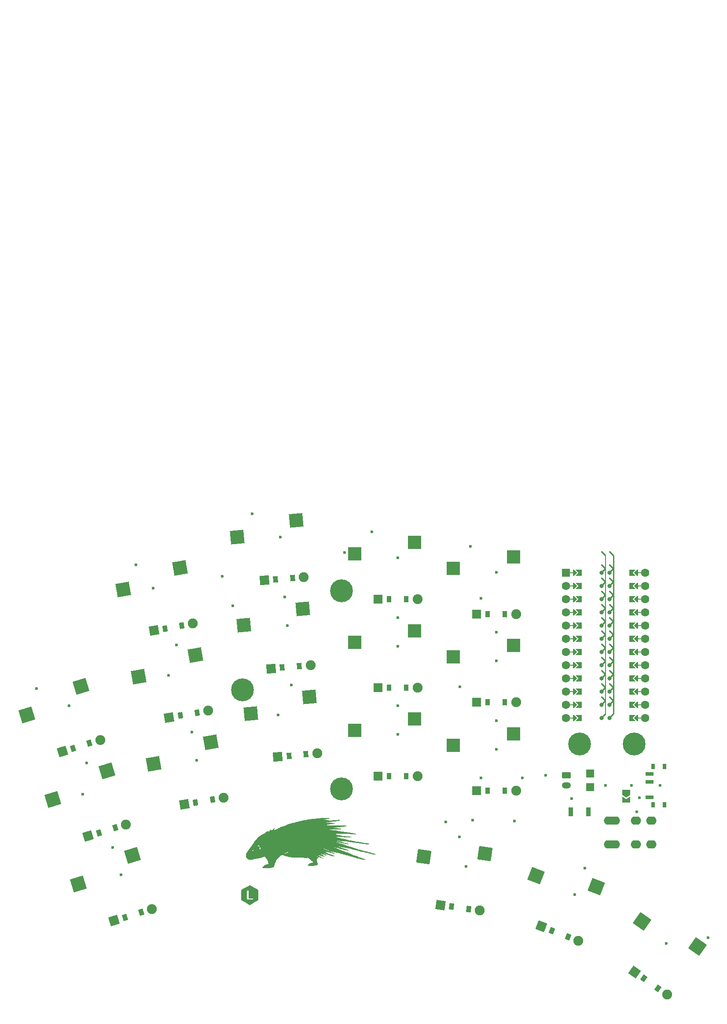
<source format=gbr>
%TF.GenerationSoftware,KiCad,Pcbnew,7.0.5*%
%TF.CreationDate,2024-04-29T22:33:28+02:00*%
%TF.ProjectId,porcupine,706f7263-7570-4696-9e65-2e6b69636164,v0.0.1*%
%TF.SameCoordinates,Original*%
%TF.FileFunction,Copper,L1,Top*%
%TF.FilePolarity,Positive*%
%FSLAX46Y46*%
G04 Gerber Fmt 4.6, Leading zero omitted, Abs format (unit mm)*
G04 Created by KiCad (PCBNEW 7.0.5) date 2024-04-29 22:33:29*
%MOMM*%
%LPD*%
G01*
G04 APERTURE LIST*
G04 Aperture macros list*
%AMRoundRect*
0 Rectangle with rounded corners*
0 $1 Rounding radius*
0 $2 $3 $4 $5 $6 $7 $8 $9 X,Y pos of 4 corners*
0 Add a 4 corners polygon primitive as box body*
4,1,4,$2,$3,$4,$5,$6,$7,$8,$9,$2,$3,0*
0 Add four circle primitives for the rounded corners*
1,1,$1+$1,$2,$3*
1,1,$1+$1,$4,$5*
1,1,$1+$1,$6,$7*
1,1,$1+$1,$8,$9*
0 Add four rect primitives between the rounded corners*
20,1,$1+$1,$2,$3,$4,$5,0*
20,1,$1+$1,$4,$5,$6,$7,0*
20,1,$1+$1,$6,$7,$8,$9,0*
20,1,$1+$1,$8,$9,$2,$3,0*%
%AMRotRect*
0 Rectangle, with rotation*
0 The origin of the aperture is its center*
0 $1 length*
0 $2 width*
0 $3 Rotation angle, in degrees counterclockwise*
0 Add horizontal line*
21,1,$1,$2,0,0,$3*%
%AMFreePoly0*
4,1,49,0.088388,4.152388,0.854389,3.386388,0.867767,3.368517,0.871157,3.365580,0.871925,3.362962,0.875711,3.357906,0.882287,3.327671,0.891000,3.298000,0.891000,0.766000,0.887823,0.743906,0.888144,0.739429,0.886835,0.737032,0.885937,0.730783,0.869213,0.704760,0.854389,0.677612,0.088388,-0.088388,0.064431,-0.106321,0.062500,-0.108253,0.061490,-0.108523,0.059906,-0.109710,
0.044798,-0.112996,0.000000,-0.125000,-0.004652,-0.123753,-0.008917,-0.124682,-0.028634,-0.117327,-0.062500,-0.108253,-0.068172,-0.102580,-0.074910,-0.100068,-0.087486,-0.083266,-0.108253,-0.062500,-0.111163,-0.051638,-0.117119,-0.043683,-0.118510,-0.024217,-0.125000,0.000000,-0.121245,0.014013,-0.122144,0.026571,-0.113772,0.041902,-0.108253,0.062500,-0.095631,0.075121,-0.088388,0.088388,
0.641000,0.817776,0.641000,3.246223,-0.088388,3.975612,-0.109710,4.004094,-0.124682,4.072917,-0.100068,4.138910,-0.043683,4.181119,0.026571,4.186144,0.088388,4.152388,0.088388,4.152388,$1*%
%AMFreePoly1*
4,1,6,0.600000,0.200000,0.000000,-0.400000,-0.600000,0.200000,-0.600000,0.400000,0.600000,0.400000,0.600000,0.200000,0.600000,0.200000,$1*%
%AMFreePoly2*
4,1,6,0.600000,-0.250000,-0.600000,-0.250000,-0.600000,1.000000,0.000000,0.400000,0.600000,1.000000,0.600000,-0.250000,0.600000,-0.250000,$1*%
%AMFreePoly3*
4,1,5,0.125000,-0.500000,-0.125000,-0.500000,-0.125000,0.500000,0.125000,0.500000,0.125000,-0.500000,0.125000,-0.500000,$1*%
%AMFreePoly4*
4,1,49,0.088388,4.152388,0.850389,3.390388,0.863767,3.372517,0.867157,3.369580,0.867925,3.366962,0.871711,3.361906,0.878287,3.331671,0.887000,3.302000,0.887000,0.762000,0.883823,0.739906,0.884144,0.735429,0.882835,0.733032,0.881937,0.726783,0.865213,0.700760,0.850389,0.673612,0.088388,-0.088388,0.064431,-0.106321,0.062500,-0.108253,0.061490,-0.108523,0.059906,-0.109710,
0.044798,-0.112996,0.000000,-0.125000,-0.004652,-0.123753,-0.008917,-0.124682,-0.028634,-0.117327,-0.062500,-0.108253,-0.068172,-0.102580,-0.074910,-0.100068,-0.087486,-0.083266,-0.108253,-0.062500,-0.111163,-0.051638,-0.117119,-0.043683,-0.118510,-0.024217,-0.125000,0.000000,-0.121245,0.014013,-0.122144,0.026571,-0.113772,0.041902,-0.108253,0.062500,-0.095631,0.075121,-0.088388,0.088388,
0.637000,0.813776,0.637000,3.250223,-0.088388,3.975612,-0.109710,4.004094,-0.124682,4.072917,-0.100068,4.138910,-0.043683,4.181119,0.026571,4.186144,0.088388,4.152388,0.088388,4.152388,$1*%
%AMFreePoly5*
4,1,6,1.000000,0.000000,0.500000,-0.750000,-0.500000,-0.750000,-0.500000,0.750000,0.500000,0.750000,1.000000,0.000000,1.000000,0.000000,$1*%
%AMFreePoly6*
4,1,6,0.500000,-0.750000,-0.650000,-0.750000,-0.150000,0.000000,-0.650000,0.750000,0.500000,0.750000,0.500000,-0.750000,0.500000,-0.750000,$1*%
G04 Aperture macros list end*
%TA.AperFunction,EtchedComponent*%
%ADD10C,0.200000*%
%TD*%
%TA.AperFunction,SMDPad,CuDef*%
%ADD11RotRect,2.600000X2.600000X17.000000*%
%TD*%
%TA.AperFunction,SMDPad,CuDef*%
%ADD12RotRect,2.600000X2.600000X10.000000*%
%TD*%
%TA.AperFunction,SMDPad,CuDef*%
%ADD13RotRect,2.600000X2.600000X5.000000*%
%TD*%
%TA.AperFunction,SMDPad,CuDef*%
%ADD14R,2.600000X2.600000*%
%TD*%
%TA.AperFunction,SMDPad,CuDef*%
%ADD15RotRect,2.600000X2.600000X352.000000*%
%TD*%
%TA.AperFunction,SMDPad,CuDef*%
%ADD16RotRect,2.600000X2.600000X339.000000*%
%TD*%
%TA.AperFunction,SMDPad,CuDef*%
%ADD17RotRect,2.600000X2.600000X325.000000*%
%TD*%
%TA.AperFunction,SMDPad,CuDef*%
%ADD18RotRect,0.900000X1.200000X17.000000*%
%TD*%
%TA.AperFunction,ComponentPad*%
%ADD19C,1.905000*%
%TD*%
%TA.AperFunction,ComponentPad*%
%ADD20RotRect,1.778000X1.778000X17.000000*%
%TD*%
%TA.AperFunction,SMDPad,CuDef*%
%ADD21RotRect,0.900000X1.200000X10.000000*%
%TD*%
%TA.AperFunction,ComponentPad*%
%ADD22RotRect,1.778000X1.778000X10.000000*%
%TD*%
%TA.AperFunction,SMDPad,CuDef*%
%ADD23RotRect,0.900000X1.200000X5.000000*%
%TD*%
%TA.AperFunction,ComponentPad*%
%ADD24RotRect,1.778000X1.778000X5.000000*%
%TD*%
%TA.AperFunction,SMDPad,CuDef*%
%ADD25R,0.900000X1.200000*%
%TD*%
%TA.AperFunction,ComponentPad*%
%ADD26R,1.778000X1.778000*%
%TD*%
%TA.AperFunction,SMDPad,CuDef*%
%ADD27RotRect,0.900000X1.200000X352.000000*%
%TD*%
%TA.AperFunction,ComponentPad*%
%ADD28RotRect,1.778000X1.778000X352.000000*%
%TD*%
%TA.AperFunction,SMDPad,CuDef*%
%ADD29RotRect,0.900000X1.200000X339.000000*%
%TD*%
%TA.AperFunction,ComponentPad*%
%ADD30RotRect,1.778000X1.778000X339.000000*%
%TD*%
%TA.AperFunction,SMDPad,CuDef*%
%ADD31RotRect,0.900000X1.200000X325.000000*%
%TD*%
%TA.AperFunction,ComponentPad*%
%ADD32RotRect,1.778000X1.778000X325.000000*%
%TD*%
%TA.AperFunction,SMDPad,CuDef*%
%ADD33FreePoly0,270.000000*%
%TD*%
%TA.AperFunction,ComponentPad*%
%ADD34C,1.600000*%
%TD*%
%TA.AperFunction,SMDPad,CuDef*%
%ADD35FreePoly1,90.000000*%
%TD*%
%TA.AperFunction,SMDPad,CuDef*%
%ADD36FreePoly2,90.000000*%
%TD*%
%TA.AperFunction,SMDPad,CuDef*%
%ADD37FreePoly3,90.000000*%
%TD*%
%TA.AperFunction,ComponentPad*%
%ADD38R,1.600000X1.600000*%
%TD*%
%TA.AperFunction,SMDPad,CuDef*%
%ADD39FreePoly2,270.000000*%
%TD*%
%TA.AperFunction,SMDPad,CuDef*%
%ADD40FreePoly3,270.000000*%
%TD*%
%TA.AperFunction,SMDPad,CuDef*%
%ADD41FreePoly1,270.000000*%
%TD*%
%TA.AperFunction,SMDPad,CuDef*%
%ADD42FreePoly4,90.000000*%
%TD*%
%TA.AperFunction,ComponentPad*%
%ADD43C,0.800000*%
%TD*%
%TA.AperFunction,ComponentPad*%
%ADD44RoundRect,0.250000X-0.625000X-0.350000X0.625000X-0.350000X0.625000X0.350000X-0.625000X0.350000X0*%
%TD*%
%TA.AperFunction,ComponentPad*%
%ADD45O,1.750000X1.200000*%
%TD*%
%TA.AperFunction,SMDPad,CuDef*%
%ADD46R,1.500000X1.500000*%
%TD*%
%TA.AperFunction,ComponentPad*%
%ADD47O,2.000000X1.600000*%
%TD*%
%TA.AperFunction,SMDPad,CuDef*%
%ADD48FreePoly5,270.000000*%
%TD*%
%TA.AperFunction,SMDPad,CuDef*%
%ADD49FreePoly6,270.000000*%
%TD*%
%TA.AperFunction,SMDPad,CuDef*%
%ADD50R,1.500000X0.700000*%
%TD*%
%TA.AperFunction,SMDPad,CuDef*%
%ADD51R,0.800000X1.000000*%
%TD*%
%TA.AperFunction,SMDPad,CuDef*%
%ADD52R,0.900000X1.700000*%
%TD*%
%TA.AperFunction,ComponentPad*%
%ADD53C,4.400000*%
%TD*%
%TA.AperFunction,ViaPad*%
%ADD54C,0.600000*%
%TD*%
G04 APERTURE END LIST*
%TO.C,Side_F*%
D10*
X198951023Y-149935583D02*
X198977170Y-149948894D01*
X199017806Y-149970673D01*
X199071727Y-150000246D01*
X199137733Y-150036938D01*
X199214621Y-150080073D01*
X199301188Y-150128977D01*
X199396233Y-150182974D01*
X199498554Y-150241391D01*
X199606948Y-150303552D01*
X199720213Y-150368782D01*
X199741643Y-150381154D01*
X200527731Y-150835155D01*
X200527731Y-152666278D01*
X199751077Y-153115597D01*
X199637602Y-153181164D01*
X199528695Y-153243933D01*
X199425576Y-153303211D01*
X199329463Y-153358302D01*
X199241577Y-153408515D01*
X199163136Y-153453154D01*
X199095361Y-153491526D01*
X199039470Y-153522937D01*
X198996684Y-153546694D01*
X198968221Y-153562102D01*
X198955302Y-153568467D01*
X198954885Y-153568585D01*
X198942797Y-153564344D01*
X198914328Y-153550365D01*
X198869896Y-153526884D01*
X198809920Y-153494135D01*
X198734820Y-153452354D01*
X198645016Y-153401775D01*
X198540928Y-153342633D01*
X198422974Y-153275163D01*
X198291574Y-153199601D01*
X198153808Y-153120034D01*
X197372269Y-152667812D01*
X197372269Y-152663714D01*
X198344308Y-152663714D01*
X199712000Y-152663714D01*
X199712000Y-152302253D01*
X198832769Y-152302253D01*
X198832769Y-150758714D01*
X198344308Y-150758714D01*
X198344308Y-152663714D01*
X197372269Y-152663714D01*
X197372269Y-150833645D01*
X198148923Y-150384661D01*
X198262309Y-150319159D01*
X198371039Y-150256439D01*
X198473901Y-150197194D01*
X198569683Y-150142118D01*
X198657176Y-150091903D01*
X198735167Y-150047244D01*
X198802445Y-150008833D01*
X198857799Y-149977365D01*
X198900018Y-149953533D01*
X198927891Y-149938030D01*
X198940206Y-149931549D01*
X198940566Y-149931415D01*
X198951023Y-149935583D01*
%TA.AperFunction,EtchedComponent*%
G36*
X198951023Y-149935583D02*
G01*
X198977170Y-149948894D01*
X199017806Y-149970673D01*
X199071727Y-150000246D01*
X199137733Y-150036938D01*
X199214621Y-150080073D01*
X199301188Y-150128977D01*
X199396233Y-150182974D01*
X199498554Y-150241391D01*
X199606948Y-150303552D01*
X199720213Y-150368782D01*
X199741643Y-150381154D01*
X200527731Y-150835155D01*
X200527731Y-152666278D01*
X199751077Y-153115597D01*
X199637602Y-153181164D01*
X199528695Y-153243933D01*
X199425576Y-153303211D01*
X199329463Y-153358302D01*
X199241577Y-153408515D01*
X199163136Y-153453154D01*
X199095361Y-153491526D01*
X199039470Y-153522937D01*
X198996684Y-153546694D01*
X198968221Y-153562102D01*
X198955302Y-153568467D01*
X198954885Y-153568585D01*
X198942797Y-153564344D01*
X198914328Y-153550365D01*
X198869896Y-153526884D01*
X198809920Y-153494135D01*
X198734820Y-153452354D01*
X198645016Y-153401775D01*
X198540928Y-153342633D01*
X198422974Y-153275163D01*
X198291574Y-153199601D01*
X198153808Y-153120034D01*
X197372269Y-152667812D01*
X197372269Y-152663714D01*
X198344308Y-152663714D01*
X199712000Y-152663714D01*
X199712000Y-152302253D01*
X198832769Y-152302253D01*
X198832769Y-150758714D01*
X198344308Y-150758714D01*
X198344308Y-152663714D01*
X197372269Y-152663714D01*
X197372269Y-150833645D01*
X198148923Y-150384661D01*
X198262309Y-150319159D01*
X198371039Y-150256439D01*
X198473901Y-150197194D01*
X198569683Y-150142118D01*
X198657176Y-150091903D01*
X198735167Y-150047244D01*
X198802445Y-150008833D01*
X198857799Y-149977365D01*
X198900018Y-149953533D01*
X198927891Y-149938030D01*
X198940206Y-149931549D01*
X198940566Y-149931415D01*
X198951023Y-149935583D01*
G37*
%TD.AperFunction*%
%TA.AperFunction,EtchedComponent*%
%TO.C,LOGO_F*%
G36*
X213992597Y-136880251D02*
G01*
X214001615Y-136880588D01*
X214145604Y-136889691D01*
X214231472Y-136904355D01*
X214273644Y-136928297D01*
X214285103Y-136953632D01*
X214275408Y-136993224D01*
X214225066Y-137027334D01*
X214126809Y-137057993D01*
X213973368Y-137087231D01*
X213757474Y-137117081D01*
X213657286Y-137129036D01*
X213503553Y-137147880D01*
X213379291Y-137165131D01*
X213300486Y-137178452D01*
X213281076Y-137184015D01*
X213296392Y-137199508D01*
X213372388Y-137219963D01*
X213513171Y-137246298D01*
X213675233Y-137272223D01*
X213797288Y-137295822D01*
X213886750Y-137322414D01*
X213923186Y-137345127D01*
X213964703Y-137362777D01*
X214069394Y-137374587D01*
X214228116Y-137380798D01*
X214431726Y-137381652D01*
X214671082Y-137377390D01*
X214937039Y-137368252D01*
X215220457Y-137354480D01*
X215512192Y-137336316D01*
X215803101Y-137314000D01*
X216079357Y-137288254D01*
X216210550Y-137277032D01*
X216285028Y-137278490D01*
X216317863Y-137294653D01*
X216324286Y-137321161D01*
X216288028Y-137370687D01*
X216179248Y-137418719D01*
X215997939Y-137465262D01*
X215744093Y-137510315D01*
X215417704Y-137553881D01*
X215165097Y-137581561D01*
X214918482Y-137609248D01*
X214641444Y-137644369D01*
X214368974Y-137682285D01*
X214149097Y-137716198D01*
X213955298Y-137748515D01*
X213826397Y-137771623D01*
X213755645Y-137787855D01*
X213736294Y-137799544D01*
X213761594Y-137809022D01*
X213824795Y-137818623D01*
X213845168Y-137821244D01*
X213943549Y-137830587D01*
X214098256Y-137841475D01*
X214293085Y-137852939D01*
X214511835Y-137864008D01*
X214689262Y-137871769D01*
X214967403Y-137886251D01*
X215174651Y-137904029D01*
X215310778Y-137924750D01*
X215375558Y-137948064D01*
X215368762Y-137973618D01*
X215290163Y-138001061D01*
X215139533Y-138030042D01*
X214916645Y-138060208D01*
X214818429Y-138071317D01*
X214620462Y-138096779D01*
X214416245Y-138129671D01*
X214236390Y-138164793D01*
X214156882Y-138183718D01*
X213991055Y-138219508D01*
X213818005Y-138244491D01*
X213688191Y-138252857D01*
X213580771Y-138255849D01*
X213513666Y-138263603D01*
X213501041Y-138271992D01*
X213543100Y-138281819D01*
X213641278Y-138293464D01*
X213779184Y-138305781D01*
X213940423Y-138317624D01*
X214108605Y-138327846D01*
X214267338Y-138335302D01*
X214400229Y-138338846D01*
X214455572Y-138338727D01*
X214526320Y-138337889D01*
X214659857Y-138336790D01*
X214846401Y-138335492D01*
X215076169Y-138334057D01*
X215339379Y-138332548D01*
X215626250Y-138331027D01*
X215816286Y-138330082D01*
X216237032Y-138328963D01*
X216589952Y-138330181D01*
X216879765Y-138333979D01*
X217111185Y-138340601D01*
X217288930Y-138350289D01*
X217417715Y-138363286D01*
X217502258Y-138379834D01*
X217547273Y-138400177D01*
X217558000Y-138419749D01*
X217526572Y-138461186D01*
X217430644Y-138499407D01*
X217267754Y-138535061D01*
X217035439Y-138568799D01*
X216959286Y-138577801D01*
X216768140Y-138600317D01*
X216562894Y-138625755D01*
X216383561Y-138649138D01*
X216360572Y-138652270D01*
X216192906Y-138673868D01*
X215990409Y-138697889D01*
X215790500Y-138719934D01*
X215743715Y-138724784D01*
X215570571Y-138743564D01*
X215404385Y-138763524D01*
X215272417Y-138781321D01*
X215235715Y-138787021D01*
X215072429Y-138814118D01*
X215308286Y-138836666D01*
X215436832Y-138848857D01*
X215614577Y-138865584D01*
X215818457Y-138884681D01*
X216025410Y-138903985D01*
X216034000Y-138904784D01*
X216283183Y-138931116D01*
X216463631Y-138957755D01*
X216579176Y-138985656D01*
X216633653Y-139015776D01*
X216630894Y-139049069D01*
X216627475Y-139052754D01*
X216584925Y-139061082D01*
X216478568Y-139070325D01*
X216317152Y-139080055D01*
X216109430Y-139089843D01*
X215864151Y-139099261D01*
X215590066Y-139107880D01*
X215398936Y-139112892D01*
X215121141Y-139120037D01*
X214875579Y-139127183D01*
X214669233Y-139134061D01*
X214509082Y-139140400D01*
X214402110Y-139145931D01*
X214355296Y-139150382D01*
X214364857Y-139152919D01*
X214447197Y-139161738D01*
X214590436Y-139180549D01*
X214783842Y-139207705D01*
X215016684Y-139241556D01*
X215278229Y-139280454D01*
X215557745Y-139322753D01*
X215844500Y-139366802D01*
X216127762Y-139410955D01*
X216396798Y-139453562D01*
X216640877Y-139492976D01*
X216849267Y-139527548D01*
X217011234Y-139555631D01*
X217113672Y-139575076D01*
X217242281Y-139598313D01*
X217421242Y-139625751D01*
X217628708Y-139654260D01*
X217842831Y-139680712D01*
X217884572Y-139685485D01*
X218083609Y-139709092D01*
X218267046Y-139733017D01*
X218417820Y-139754883D01*
X218518869Y-139772311D01*
X218537715Y-139776512D01*
X218646184Y-139798564D01*
X218788488Y-139821113D01*
X218882429Y-139833214D01*
X219048049Y-139862402D01*
X219198572Y-139907150D01*
X219318535Y-139960968D01*
X219392473Y-140017360D01*
X219408572Y-140054136D01*
X219391022Y-140093280D01*
X219327467Y-140094069D01*
X219308786Y-140090361D01*
X219179617Y-140068828D01*
X218992688Y-140046112D01*
X218762776Y-140023318D01*
X218504656Y-140001549D01*
X218233105Y-139981912D01*
X217962898Y-139965509D01*
X217708812Y-139953447D01*
X217485622Y-139946829D01*
X217376572Y-139945919D01*
X217130093Y-139947851D01*
X216866613Y-139952204D01*
X216595828Y-139958584D01*
X216327434Y-139966602D01*
X216071129Y-139975867D01*
X215836607Y-139985987D01*
X215633567Y-139996571D01*
X215471704Y-140007228D01*
X215360715Y-140017568D01*
X215310297Y-140027198D01*
X215308286Y-140029331D01*
X215341625Y-140048551D01*
X215432176Y-140077353D01*
X215565735Y-140112402D01*
X215728101Y-140150365D01*
X215905072Y-140187908D01*
X216082447Y-140221696D01*
X216233572Y-140246567D01*
X216567187Y-140294716D01*
X216911812Y-140342018D01*
X217249161Y-140386115D01*
X217560947Y-140424648D01*
X217828883Y-140455259D01*
X217944900Y-140467271D01*
X218177069Y-140492137D01*
X218345367Y-140515539D01*
X218458411Y-140539541D01*
X218524815Y-140566207D01*
X218553196Y-140597601D01*
X218555857Y-140613642D01*
X218543606Y-140635998D01*
X218499507Y-140649941D01*
X218412545Y-140656534D01*
X218271706Y-140656843D01*
X218138572Y-140653981D01*
X217911667Y-140645666D01*
X217654005Y-140632692D01*
X217407073Y-140617266D01*
X217304000Y-140609595D01*
X217138180Y-140598939D01*
X216942956Y-140590530D01*
X216728797Y-140584358D01*
X216506174Y-140580414D01*
X216285556Y-140578688D01*
X216077413Y-140579170D01*
X215892215Y-140581851D01*
X215740432Y-140586721D01*
X215632533Y-140593772D01*
X215578988Y-140602992D01*
X215580429Y-140611170D01*
X215642962Y-140630432D01*
X215766545Y-140662096D01*
X215941163Y-140703858D01*
X216156799Y-140753411D01*
X216403440Y-140808451D01*
X216671069Y-140866673D01*
X216923000Y-140920181D01*
X217110990Y-140960496D01*
X217348878Y-141012806D01*
X217615929Y-141072459D01*
X217891405Y-141134805D01*
X218154568Y-141195191D01*
X218301857Y-141229467D01*
X218458175Y-141263545D01*
X218658329Y-141303543D01*
X218874475Y-141344046D01*
X219045715Y-141374108D01*
X219267958Y-141412420D01*
X219510809Y-141455513D01*
X219740478Y-141497335D01*
X219880286Y-141523566D01*
X220072519Y-141558620D01*
X220298364Y-141597074D01*
X220545416Y-141637096D01*
X220801270Y-141676853D01*
X221053522Y-141714509D01*
X221289767Y-141748234D01*
X221497600Y-141776192D01*
X221664616Y-141796550D01*
X221778411Y-141807476D01*
X221810359Y-141808831D01*
X221921774Y-141821567D01*
X221968803Y-141853509D01*
X221953791Y-141895343D01*
X221879083Y-141937751D01*
X221770469Y-141967279D01*
X221692316Y-141970813D01*
X221555693Y-141965450D01*
X221373973Y-141952573D01*
X221160524Y-141933565D01*
X220928717Y-141909809D01*
X220691923Y-141882690D01*
X220463511Y-141853590D01*
X220256853Y-141823893D01*
X220085319Y-141794983D01*
X220061714Y-141790462D01*
X219913051Y-141764363D01*
X219719244Y-141734546D01*
X219507312Y-141704997D01*
X219336000Y-141683412D01*
X219119253Y-141655228D01*
X218863047Y-141618091D01*
X218599179Y-141576799D01*
X218359447Y-141536151D01*
X218356286Y-141535587D01*
X217967340Y-141477670D01*
X217529710Y-141433111D01*
X217140715Y-141407749D01*
X216903516Y-141394914D01*
X216672084Y-141380227D01*
X216463734Y-141364944D01*
X216295779Y-141350321D01*
X216197286Y-141339292D01*
X216066258Y-141325346D01*
X215884347Y-141311299D01*
X215673227Y-141298579D01*
X215454570Y-141288616D01*
X215399000Y-141286648D01*
X215216785Y-141281808D01*
X215105806Y-141281553D01*
X215064888Y-141285640D01*
X215092855Y-141293826D01*
X215188532Y-141305866D01*
X215350746Y-141321518D01*
X215578320Y-141340538D01*
X215707429Y-141350565D01*
X215866753Y-141363881D01*
X216003836Y-141379212D01*
X216134531Y-141399758D01*
X216274695Y-141428717D01*
X216440181Y-141469290D01*
X216646844Y-141524676D01*
X216850429Y-141581226D01*
X217071858Y-141641898D01*
X217294280Y-141700547D01*
X217497336Y-141751957D01*
X217660666Y-141790916D01*
X217718270Y-141803514D01*
X217853868Y-141836621D01*
X217959114Y-141871517D01*
X218015926Y-141901915D01*
X218020651Y-141908642D01*
X218000595Y-141940488D01*
X217917802Y-141953941D01*
X217779567Y-141949638D01*
X217593187Y-141928213D01*
X217365957Y-141890304D01*
X217105172Y-141836547D01*
X217050000Y-141824034D01*
X216820283Y-141773811D01*
X216582023Y-141726335D01*
X216347335Y-141683542D01*
X216128333Y-141647370D01*
X215937133Y-141619757D01*
X215785848Y-141602640D01*
X215686594Y-141597956D01*
X215658310Y-141601468D01*
X215670601Y-141615556D01*
X215739901Y-141640758D01*
X215852410Y-141672289D01*
X215889003Y-141681413D01*
X216089694Y-141732051D01*
X216295601Y-141788021D01*
X216516560Y-141852389D01*
X216762407Y-141928216D01*
X217042977Y-142018568D01*
X217368107Y-142126505D01*
X217747634Y-142255094D01*
X217916287Y-142312794D01*
X218214747Y-142414159D01*
X218522062Y-142516787D01*
X218823020Y-142615723D01*
X219102411Y-142706010D01*
X219345025Y-142782695D01*
X219535652Y-142840820D01*
X219549144Y-142844797D01*
X219769021Y-142909575D01*
X219990729Y-142975236D01*
X220193324Y-143035553D01*
X220355864Y-143084304D01*
X220406429Y-143099613D01*
X220591372Y-143151355D01*
X220796411Y-143201916D01*
X220975879Y-143240091D01*
X221107749Y-143269087D01*
X221289563Y-143315058D01*
X221502148Y-143372858D01*
X221726331Y-143437341D01*
X221854767Y-143475976D01*
X222078219Y-143543115D01*
X222302383Y-143608186D01*
X222507667Y-143665655D01*
X222674480Y-143709993D01*
X222744760Y-143727251D01*
X222942818Y-143781640D01*
X223093389Y-143840177D01*
X223188061Y-143898900D01*
X223218572Y-143950550D01*
X223214952Y-143967260D01*
X223199524Y-143977828D01*
X223165434Y-143981035D01*
X223105831Y-143975661D01*
X223013861Y-143960489D01*
X222882672Y-143934300D01*
X222705410Y-143895875D01*
X222475222Y-143843995D01*
X222185257Y-143777441D01*
X221984857Y-143731144D01*
X221779625Y-143683869D01*
X221593501Y-143641363D01*
X221440420Y-143606780D01*
X221334318Y-143583274D01*
X221295429Y-143575094D01*
X221198387Y-143554287D01*
X221040365Y-143517582D01*
X220819841Y-143464606D01*
X220535298Y-143394987D01*
X220185214Y-143308354D01*
X219768070Y-143204334D01*
X219282347Y-143082554D01*
X219227143Y-143068681D01*
X218918058Y-142991852D01*
X218610894Y-142917088D01*
X218317956Y-142847269D01*
X218051549Y-142785275D01*
X217823980Y-142733986D01*
X217647553Y-142696282D01*
X217576143Y-142682262D01*
X217367134Y-142642681D01*
X217118001Y-142594338D01*
X216859665Y-142543290D01*
X216623044Y-142495594D01*
X216618364Y-142494638D01*
X216433701Y-142457837D01*
X216276027Y-142428194D01*
X216158121Y-142407970D01*
X216092764Y-142399431D01*
X216083924Y-142399981D01*
X216108024Y-142419668D01*
X216193234Y-142458499D01*
X216331541Y-142513500D01*
X216514937Y-142581699D01*
X216735411Y-142660121D01*
X216984953Y-142745793D01*
X217255551Y-142835742D01*
X217274617Y-142841972D01*
X217532735Y-142928769D01*
X217724439Y-142999500D01*
X217853587Y-143056214D01*
X217924040Y-143100961D01*
X217939657Y-143135789D01*
X217904297Y-143162748D01*
X217888965Y-143168177D01*
X217813495Y-143171110D01*
X217680057Y-143154408D01*
X217499807Y-143120535D01*
X217283899Y-143071960D01*
X217043490Y-143011148D01*
X216789735Y-142940565D01*
X216596429Y-142882406D01*
X216324017Y-142798782D01*
X216109796Y-142736104D01*
X215943304Y-142691802D01*
X215814076Y-142663303D01*
X215711650Y-142648036D01*
X215625563Y-142643429D01*
X215624204Y-142643428D01*
X215496766Y-142630507D01*
X215384420Y-142602947D01*
X215301972Y-142579756D01*
X215254628Y-142576812D01*
X215252669Y-142578092D01*
X215279874Y-142596153D01*
X215368847Y-142637208D01*
X215513394Y-142698795D01*
X215707322Y-142778455D01*
X215944438Y-142873725D01*
X216218549Y-142982145D01*
X216523463Y-143101254D01*
X216852985Y-143228589D01*
X217200924Y-143361691D01*
X217561085Y-143498097D01*
X217685000Y-143544707D01*
X217899370Y-143626312D01*
X218110682Y-143708733D01*
X218300692Y-143784715D01*
X218451155Y-143847006D01*
X218511840Y-143873430D01*
X218637681Y-143926251D01*
X218811837Y-143994236D01*
X219013773Y-144069608D01*
X219222954Y-144144588D01*
X219280943Y-144164770D01*
X219476051Y-144233653D01*
X219657862Y-144300543D01*
X219810022Y-144359231D01*
X219916180Y-144403511D01*
X219941817Y-144415655D01*
X220032952Y-144455998D01*
X220172536Y-144510674D01*
X220339920Y-144571832D01*
X220479000Y-144619828D01*
X220741437Y-144708385D01*
X220942316Y-144777648D01*
X221089142Y-144830604D01*
X221189424Y-144870239D01*
X221250669Y-144899541D01*
X221280384Y-144921497D01*
X221286078Y-144939092D01*
X221285615Y-144940727D01*
X221237437Y-144979839D01*
X221127399Y-144991408D01*
X220954407Y-144975297D01*
X220717367Y-144931367D01*
X220415185Y-144859479D01*
X220206857Y-144804158D01*
X219954007Y-144735448D01*
X219690266Y-144664659D01*
X219436594Y-144597356D01*
X219213953Y-144539105D01*
X219063857Y-144500639D01*
X218865041Y-144449484D01*
X218663154Y-144395827D01*
X218484370Y-144346712D01*
X218374429Y-144315087D01*
X218221906Y-144269757D01*
X218081809Y-144228533D01*
X217940888Y-144187624D01*
X217785891Y-144143243D01*
X217603567Y-144091598D01*
X217380664Y-144028902D01*
X217103932Y-143951364D01*
X217036406Y-143932468D01*
X216818029Y-143870897D01*
X216623300Y-143815099D01*
X216463108Y-143768268D01*
X216348341Y-143733595D01*
X216289888Y-143714275D01*
X216285332Y-143712208D01*
X216230224Y-143692982D01*
X216120017Y-143664878D01*
X215971133Y-143631309D01*
X215799997Y-143595690D01*
X215623031Y-143561434D01*
X215456659Y-143531957D01*
X215317304Y-143510671D01*
X215313282Y-143510138D01*
X215076941Y-143472019D01*
X214836329Y-143417403D01*
X214561015Y-143339360D01*
X214553943Y-143337207D01*
X214459659Y-143304517D01*
X214316394Y-143250165D01*
X214141788Y-143181274D01*
X213953479Y-143104966D01*
X213769105Y-143028365D01*
X213606305Y-142958594D01*
X213512143Y-142916492D01*
X213390306Y-142865944D01*
X213270082Y-142824901D01*
X213169561Y-142798438D01*
X213106834Y-142791631D01*
X213094857Y-142799407D01*
X213126149Y-142819213D01*
X213208138Y-142855097D01*
X213321643Y-142898755D01*
X213454673Y-142949447D01*
X213572378Y-142997995D01*
X213639143Y-143028892D01*
X213715223Y-143064138D01*
X213843968Y-143119115D01*
X214010226Y-143187726D01*
X214198842Y-143263875D01*
X214394662Y-143341466D01*
X214582531Y-143414403D01*
X214747296Y-143476590D01*
X214800286Y-143495986D01*
X215045854Y-143588492D01*
X215225237Y-143664286D01*
X215337161Y-143722773D01*
X215380353Y-143763359D01*
X215380857Y-143766996D01*
X215351300Y-143799863D01*
X215323667Y-143804571D01*
X215277469Y-143796009D01*
X215173073Y-143772329D01*
X215022553Y-143736543D01*
X214837983Y-143691660D01*
X214631434Y-143640692D01*
X214414981Y-143586648D01*
X214200697Y-143532540D01*
X214000656Y-143481377D01*
X213826929Y-143436171D01*
X213691592Y-143399932D01*
X213621285Y-143380075D01*
X213572096Y-143370255D01*
X213580914Y-143396250D01*
X213601055Y-143421399D01*
X213656556Y-143480136D01*
X213727230Y-143537340D01*
X213820400Y-143596527D01*
X213943389Y-143661214D01*
X214103519Y-143734916D01*
X214308116Y-143821151D01*
X214564501Y-143923434D01*
X214879999Y-144045281D01*
X214979032Y-144083042D01*
X215142536Y-144151584D01*
X215235707Y-144206330D01*
X215259308Y-144248037D01*
X215214101Y-144277461D01*
X215182873Y-144284863D01*
X215082233Y-144283343D01*
X214918946Y-144253375D01*
X214696726Y-144195892D01*
X214419284Y-144111825D01*
X214183429Y-144034007D01*
X213867359Y-143928678D01*
X213614490Y-143848625D01*
X213425482Y-143793972D01*
X213300995Y-143764846D01*
X213241692Y-143761373D01*
X213248231Y-143783679D01*
X213321275Y-143831889D01*
X213430237Y-143890319D01*
X213570865Y-143961503D01*
X213689734Y-144020492D01*
X213770310Y-144059140D01*
X213793094Y-144069067D01*
X213818421Y-144098955D01*
X213800965Y-144126256D01*
X213731201Y-144148629D01*
X213655823Y-144134247D01*
X213481055Y-144082006D01*
X213293480Y-144026956D01*
X213106472Y-143972899D01*
X212933403Y-143923638D01*
X212787648Y-143882972D01*
X212682579Y-143854703D01*
X212631570Y-143842634D01*
X212629313Y-143842460D01*
X212626502Y-143847809D01*
X212649222Y-143865260D01*
X212705411Y-143899478D01*
X212803006Y-143955129D01*
X212949945Y-144036879D01*
X213113000Y-144126759D01*
X213232006Y-144198112D01*
X213321147Y-144262791D01*
X213364947Y-144309220D01*
X213367000Y-144316732D01*
X213363612Y-144340970D01*
X213347178Y-144354621D01*
X213308290Y-144356012D01*
X213237544Y-144343470D01*
X213125534Y-144315323D01*
X212962853Y-144269898D01*
X212740096Y-144205521D01*
X212737590Y-144204793D01*
X212554754Y-144152891D01*
X212397905Y-144110753D01*
X212279549Y-144081552D01*
X212212191Y-144068460D01*
X212201638Y-144068838D01*
X212220368Y-144097967D01*
X212301163Y-144157565D01*
X212441122Y-144245760D01*
X212637344Y-144360679D01*
X212768286Y-144434647D01*
X212909746Y-144515020D01*
X213033382Y-144587606D01*
X213121068Y-144641656D01*
X213146637Y-144659014D01*
X213199631Y-144708584D01*
X213191486Y-144730261D01*
X213128038Y-144724092D01*
X213015126Y-144690124D01*
X212928237Y-144657288D01*
X212780627Y-144599897D01*
X212636403Y-144546536D01*
X212535625Y-144511710D01*
X212429921Y-144475435D01*
X212284792Y-144422858D01*
X212128362Y-144364205D01*
X212098997Y-144352955D01*
X211953837Y-144299591D01*
X211853810Y-144267426D01*
X211803807Y-144256663D01*
X211808718Y-144267502D01*
X211873434Y-144300145D01*
X211986839Y-144348327D01*
X212093696Y-144398050D01*
X212166527Y-144444093D01*
X212187650Y-144471000D01*
X212159244Y-144512020D01*
X212086428Y-144572935D01*
X212024192Y-144615369D01*
X211916686Y-144698358D01*
X211849388Y-144780870D01*
X211838352Y-144808028D01*
X211826895Y-144977188D01*
X211863844Y-145181498D01*
X211946034Y-145405049D01*
X211965111Y-145445535D01*
X212042052Y-145625739D01*
X212070214Y-145760449D01*
X212047235Y-145859959D01*
X211970753Y-145934560D01*
X211839177Y-145994279D01*
X211651990Y-146048069D01*
X211439502Y-146090098D01*
X211212792Y-146120276D01*
X210982939Y-146138513D01*
X210761023Y-146144717D01*
X210558121Y-146138800D01*
X210385314Y-146120672D01*
X210253681Y-146090241D01*
X210174301Y-146047417D01*
X210155714Y-146007973D01*
X210133664Y-146001066D01*
X210083143Y-146036142D01*
X210027585Y-146077115D01*
X210010452Y-146069524D01*
X210028076Y-146023922D01*
X210076790Y-145950863D01*
X210138636Y-145876457D01*
X210320969Y-145721906D01*
X210551712Y-145611375D01*
X210791995Y-145549119D01*
X210920349Y-145516395D01*
X211026953Y-145473462D01*
X211074757Y-145441655D01*
X211107778Y-145403595D01*
X211113123Y-145368137D01*
X211083945Y-145319631D01*
X211013397Y-145242431D01*
X210966591Y-145194426D01*
X210707332Y-144955367D01*
X210454595Y-144776288D01*
X210337143Y-144711410D01*
X210240980Y-144650305D01*
X210114108Y-144552529D01*
X209976095Y-144433745D01*
X209892643Y-144355575D01*
X209779308Y-144247891D01*
X209750346Y-144221857D01*
X211716000Y-144221857D01*
X211734143Y-144239999D01*
X211752286Y-144221857D01*
X211734143Y-144203714D01*
X211716000Y-144221857D01*
X209750346Y-144221857D01*
X209709979Y-144185571D01*
X211643429Y-144185571D01*
X211661572Y-144203714D01*
X211679714Y-144185571D01*
X211661572Y-144167428D01*
X211643429Y-144185571D01*
X209709979Y-144185571D01*
X209687825Y-144165657D01*
X209628610Y-144117926D01*
X209611429Y-144111141D01*
X209635372Y-144146976D01*
X209700500Y-144222928D01*
X209796756Y-144327722D01*
X209909532Y-144445419D01*
X210033355Y-144573361D01*
X210110219Y-144656784D01*
X210144583Y-144702388D01*
X210140900Y-144716871D01*
X210103627Y-144706934D01*
X210076125Y-144695881D01*
X209980214Y-144659056D01*
X209880853Y-144629250D01*
X209769082Y-144605664D01*
X209635944Y-144587498D01*
X209472477Y-144573952D01*
X209269724Y-144564227D01*
X209018724Y-144557523D01*
X208710519Y-144553039D01*
X208450286Y-144550753D01*
X208123723Y-144546980D01*
X207820109Y-144540769D01*
X207549421Y-144532483D01*
X207321635Y-144522487D01*
X207146729Y-144511144D01*
X207036751Y-144499154D01*
X206868145Y-144468057D01*
X206649432Y-144421770D01*
X206400283Y-144365033D01*
X206140373Y-144302585D01*
X205889376Y-144239163D01*
X205666964Y-144179507D01*
X205492812Y-144128354D01*
X205479097Y-144123982D01*
X205283846Y-144061143D01*
X211407572Y-144061143D01*
X211408059Y-144075863D01*
X211459284Y-144111438D01*
X211462000Y-144112999D01*
X211540130Y-144150998D01*
X211589000Y-144164856D01*
X211588513Y-144150136D01*
X211537287Y-144114561D01*
X211534572Y-144112999D01*
X211456442Y-144075001D01*
X211407572Y-144061143D01*
X205283846Y-144061143D01*
X205247480Y-144049439D01*
X205442812Y-143927894D01*
X205564500Y-143858773D01*
X205726444Y-143775677D01*
X205901750Y-143692153D01*
X205982857Y-143655840D01*
X206166438Y-143574142D01*
X206286815Y-143515856D01*
X206348187Y-143477498D01*
X206354755Y-143455583D01*
X206310718Y-143446630D01*
X206235043Y-143446655D01*
X206157311Y-143452343D01*
X206136738Y-143461423D01*
X206155081Y-143467304D01*
X206173311Y-143481768D01*
X206144794Y-143512202D01*
X206064066Y-143562169D01*
X205925667Y-143635234D01*
X205806707Y-143694580D01*
X205526626Y-143838557D01*
X205254426Y-143989865D01*
X205004856Y-144139649D01*
X204792662Y-144279059D01*
X204632594Y-144399242D01*
X204632271Y-144399512D01*
X204461323Y-144570053D01*
X204285890Y-144794161D01*
X204116103Y-145054314D01*
X203962092Y-145332995D01*
X203833986Y-145612684D01*
X203741917Y-145875862D01*
X203714382Y-145986911D01*
X203684635Y-146125627D01*
X203658209Y-146242037D01*
X203640401Y-146312888D01*
X203639306Y-146316547D01*
X203620651Y-146348457D01*
X203579465Y-146376481D01*
X203505507Y-146403799D01*
X203388536Y-146433592D01*
X203218313Y-146469042D01*
X203037198Y-146503557D01*
X202881885Y-146525185D01*
X202685033Y-146541769D01*
X202462853Y-146553096D01*
X202231554Y-146558956D01*
X202007347Y-146559138D01*
X201806443Y-146553432D01*
X201645050Y-146541626D01*
X201539380Y-146523510D01*
X201537857Y-146523055D01*
X201446813Y-146504611D01*
X201383643Y-146506892D01*
X201339028Y-146508667D01*
X201341761Y-146467566D01*
X201387448Y-146391598D01*
X201471691Y-146288769D01*
X201546929Y-146209424D01*
X201698817Y-146075007D01*
X201863387Y-145970359D01*
X202059133Y-145886233D01*
X202304549Y-145813380D01*
X202372429Y-145796657D01*
X202477343Y-145770522D01*
X202548039Y-145750914D01*
X202564741Y-145744739D01*
X202560409Y-145706597D01*
X202533349Y-145614655D01*
X202488437Y-145482233D01*
X202430544Y-145322648D01*
X202364545Y-145149220D01*
X202295312Y-144975267D01*
X202227720Y-144814107D01*
X202206667Y-144766142D01*
X202158027Y-144686093D01*
X202075219Y-144577069D01*
X201975351Y-144461448D01*
X201965973Y-144451336D01*
X201874641Y-144349199D01*
X201806812Y-144265151D01*
X201774754Y-144214606D01*
X201773714Y-144209790D01*
X201787808Y-144161426D01*
X201825017Y-144066535D01*
X201877739Y-143944337D01*
X201886043Y-143925882D01*
X201963132Y-143753840D01*
X202012954Y-143637119D01*
X202039060Y-143565337D01*
X202045001Y-143528113D01*
X202034329Y-143515065D01*
X202026816Y-143514285D01*
X201992716Y-143542152D01*
X201991429Y-143552295D01*
X201976711Y-143598675D01*
X201936773Y-143695642D01*
X201877937Y-143828422D01*
X201815556Y-143963153D01*
X201738976Y-144121675D01*
X201669563Y-144247082D01*
X201597347Y-144345112D01*
X201512362Y-144421502D01*
X201404638Y-144481988D01*
X201264208Y-144532307D01*
X201081102Y-144578197D01*
X200845352Y-144625394D01*
X200581306Y-144673484D01*
X200344956Y-144718939D01*
X200100729Y-144771178D01*
X199871678Y-144824931D01*
X199680852Y-144874925D01*
X199613483Y-144894825D01*
X199427036Y-144949416D01*
X199286961Y-144980555D01*
X199172229Y-144991695D01*
X199061813Y-144986292D01*
X199058680Y-144985947D01*
X198826670Y-144940839D01*
X198657448Y-144863522D01*
X198557870Y-144767364D01*
X198496177Y-144684881D01*
X198410092Y-144576225D01*
X198349405Y-144502358D01*
X198271217Y-144403910D01*
X198231435Y-144329381D01*
X198220129Y-144248554D01*
X198227370Y-144131216D01*
X198227386Y-144131038D01*
X198272774Y-143901327D01*
X198363475Y-143653906D01*
X198446969Y-143496206D01*
X205715417Y-143496206D01*
X205756628Y-143501677D01*
X205837714Y-143503412D01*
X205927296Y-143501162D01*
X205960871Y-143495304D01*
X205937500Y-143488295D01*
X205820294Y-143482221D01*
X205737929Y-143488295D01*
X205715417Y-143496206D01*
X198446969Y-143496206D01*
X198488792Y-143417213D01*
X198505878Y-143390531D01*
X198574842Y-143283803D01*
X198586255Y-143265909D01*
X199378857Y-143265909D01*
X199389132Y-143292396D01*
X199430090Y-143286527D01*
X199516932Y-143245785D01*
X199524726Y-143241767D01*
X199611804Y-143181162D01*
X199669067Y-143115285D01*
X199689735Y-143067561D01*
X199667474Y-143060978D01*
X199606709Y-143081900D01*
X199505163Y-143133353D01*
X199422460Y-143197102D01*
X199380463Y-143255493D01*
X199378857Y-143265909D01*
X198586255Y-143265909D01*
X198661884Y-143147329D01*
X198737446Y-143027674D01*
X198827748Y-142891315D01*
X198941985Y-142729156D01*
X199058459Y-142571826D01*
X199082160Y-142540993D01*
X199160095Y-142439886D01*
X199229865Y-142347565D01*
X199299072Y-142253318D01*
X199335058Y-142202867D01*
X200511864Y-142202867D01*
X200556343Y-142254989D01*
X200614163Y-142305621D01*
X200737594Y-142445276D01*
X200830326Y-142619064D01*
X200877232Y-142796812D01*
X200879966Y-142835750D01*
X200883633Y-142975612D01*
X200965817Y-142880068D01*
X201022003Y-142799525D01*
X201047817Y-142732493D01*
X201048000Y-142728531D01*
X201022874Y-142616560D01*
X200957033Y-142489063D01*
X200877423Y-142380753D01*
X215940881Y-142380753D01*
X215976548Y-142386563D01*
X216023611Y-142379892D01*
X216024173Y-142367505D01*
X215975608Y-142358843D01*
X215954625Y-142364641D01*
X215940881Y-142380753D01*
X200877423Y-142380753D01*
X200864787Y-142363561D01*
X200830715Y-142328952D01*
X215792095Y-142328952D01*
X215797076Y-142350524D01*
X215816286Y-142353142D01*
X215846153Y-142339866D01*
X215840476Y-142328952D01*
X215797414Y-142324609D01*
X215792095Y-142328952D01*
X200830715Y-142328952D01*
X200810267Y-142308181D01*
X215614309Y-142308181D01*
X215649976Y-142313992D01*
X215697040Y-142307321D01*
X215697601Y-142294934D01*
X215649037Y-142286272D01*
X215628054Y-142292069D01*
X215614309Y-142308181D01*
X200810267Y-142308181D01*
X200772467Y-142269784D01*
X215439799Y-142269784D01*
X215489715Y-142274842D01*
X215541227Y-142269139D01*
X215535072Y-142256540D01*
X215460782Y-142251747D01*
X215444357Y-142256540D01*
X215439799Y-142269784D01*
X200772467Y-142269784D01*
X200760442Y-142257569D01*
X200724791Y-142233498D01*
X215185799Y-142233498D01*
X215235715Y-142238556D01*
X215287227Y-142232854D01*
X215281072Y-142220254D01*
X215206782Y-142215461D01*
X215190357Y-142220254D01*
X215185799Y-142233498D01*
X200724791Y-142233498D01*
X200671049Y-142197212D01*
X214931799Y-142197212D01*
X214981714Y-142202270D01*
X215033227Y-142196568D01*
X215027072Y-142183968D01*
X214952782Y-142179176D01*
X214936357Y-142183968D01*
X214931799Y-142197212D01*
X200671049Y-142197212D01*
X200658306Y-142188608D01*
X200593219Y-142171714D01*
X200524614Y-142178038D01*
X200511864Y-142202867D01*
X199335058Y-142202867D01*
X199375314Y-142146430D01*
X199466191Y-142016190D01*
X199579304Y-141851885D01*
X199722253Y-141642801D01*
X199794613Y-141536714D01*
X199954651Y-141319516D01*
X200143591Y-141091210D01*
X200347620Y-140866399D01*
X200552925Y-140659686D01*
X200745694Y-140485671D01*
X200902857Y-140365140D01*
X201007243Y-140293549D01*
X201085841Y-140237541D01*
X201120572Y-140210165D01*
X201158426Y-140185387D01*
X201245733Y-140134999D01*
X201367810Y-140067346D01*
X201456924Y-140019096D01*
X201617708Y-139929599D01*
X201776095Y-139836054D01*
X201906415Y-139753808D01*
X201946781Y-139726201D01*
X202073497Y-139640919D01*
X202204492Y-139560090D01*
X202263572Y-139526820D01*
X202367334Y-139469202D01*
X202451884Y-139418271D01*
X202470474Y-139405831D01*
X202533638Y-139377566D01*
X202556708Y-139404971D01*
X202537081Y-139481579D01*
X202517572Y-139522857D01*
X202481931Y-139602575D01*
X202471124Y-139650062D01*
X202472611Y-139653277D01*
X202503052Y-139636936D01*
X202532822Y-139610547D01*
X203518293Y-139610547D01*
X203524965Y-139657610D01*
X203537351Y-139658172D01*
X203546013Y-139609608D01*
X203540216Y-139588624D01*
X203524104Y-139574880D01*
X203518293Y-139610547D01*
X202532822Y-139610547D01*
X202568121Y-139579256D01*
X202654974Y-139493791D01*
X202696775Y-139450285D01*
X203551715Y-139450285D01*
X203564991Y-139480152D01*
X203575905Y-139474476D01*
X203580248Y-139431413D01*
X203575905Y-139426095D01*
X203554333Y-139431076D01*
X203551715Y-139450285D01*
X202696775Y-139450285D01*
X202750766Y-139394091D01*
X202842655Y-139293710D01*
X202917796Y-139206200D01*
X202963344Y-139145115D01*
X202971143Y-139127242D01*
X202995295Y-139089192D01*
X203005342Y-139087428D01*
X203028580Y-139119778D01*
X203046563Y-139201125D01*
X203050700Y-139241642D01*
X203061857Y-139395857D01*
X203279572Y-139193310D01*
X203458354Y-139033120D01*
X203591549Y-138928218D01*
X203680342Y-138878403D01*
X203725919Y-138883476D01*
X203729464Y-138943237D01*
X203692163Y-139057484D01*
X203661369Y-139128823D01*
X203621169Y-139228649D01*
X203595594Y-139313106D01*
X203587629Y-139367197D01*
X203600260Y-139375922D01*
X203615770Y-139357823D01*
X203688188Y-139288888D01*
X203809915Y-139207869D01*
X203961704Y-139126481D01*
X203992283Y-139112926D01*
X213988370Y-139112926D01*
X214038286Y-139117984D01*
X214089798Y-139112282D01*
X214083643Y-139099682D01*
X214009354Y-139094890D01*
X213992929Y-139099682D01*
X213988370Y-139112926D01*
X203992283Y-139112926D01*
X204069374Y-139078753D01*
X213763738Y-139078753D01*
X213799405Y-139084563D01*
X213846468Y-139077892D01*
X213847030Y-139065505D01*
X213798466Y-139056843D01*
X213777482Y-139062641D01*
X213763738Y-139078753D01*
X204069374Y-139078753D01*
X204087633Y-139070659D01*
X204176837Y-139033000D01*
X213639143Y-139033000D01*
X213657286Y-139051142D01*
X213675429Y-139033000D01*
X213657286Y-139014857D01*
X213639143Y-139033000D01*
X204176837Y-139033000D01*
X204210842Y-139018644D01*
X204374018Y-138946200D01*
X204514493Y-138881809D01*
X214739810Y-138881809D01*
X214744791Y-138903381D01*
X214764000Y-138905999D01*
X214793867Y-138892723D01*
X214788191Y-138881809D01*
X214745128Y-138877466D01*
X214739810Y-138881809D01*
X204514493Y-138881809D01*
X204551883Y-138864670D01*
X204559601Y-138861039D01*
X214924881Y-138861039D01*
X214960548Y-138866849D01*
X215007611Y-138860178D01*
X215008173Y-138847791D01*
X214959608Y-138839129D01*
X214938625Y-138844927D01*
X214924881Y-138861039D01*
X204559601Y-138861039D01*
X204658323Y-138814592D01*
X205029503Y-138645488D01*
X205425488Y-138478633D01*
X205831328Y-138319488D01*
X206038070Y-138244181D01*
X213364595Y-138244181D01*
X213400262Y-138249992D01*
X213447325Y-138243321D01*
X213447887Y-138230934D01*
X213399323Y-138222272D01*
X213378339Y-138228069D01*
X213364595Y-138244181D01*
X206038070Y-138244181D01*
X206232079Y-138173512D01*
X206612791Y-138046166D01*
X206678749Y-138026467D01*
X212747738Y-138026467D01*
X212783405Y-138032278D01*
X212830468Y-138025606D01*
X212831030Y-138013220D01*
X212782466Y-138004558D01*
X212761482Y-138010355D01*
X212747738Y-138026467D01*
X206678749Y-138026467D01*
X206800244Y-137990181D01*
X212892881Y-137990181D01*
X212928548Y-137995992D01*
X212975611Y-137989321D01*
X212976173Y-137976934D01*
X212927608Y-137968272D01*
X212906625Y-137974069D01*
X212892881Y-137990181D01*
X206800244Y-137990181D01*
X206921736Y-137953896D01*
X213038024Y-137953896D01*
X213073691Y-137959706D01*
X213120754Y-137953035D01*
X213121316Y-137940648D01*
X213072751Y-137931986D01*
X213051768Y-137937784D01*
X213038024Y-137953896D01*
X206921736Y-137953896D01*
X206958520Y-137942910D01*
X207067550Y-137915498D01*
X213190085Y-137915498D01*
X213240000Y-137920556D01*
X213291513Y-137914854D01*
X213285357Y-137902254D01*
X213211068Y-137897461D01*
X213194643Y-137902254D01*
X213190085Y-137915498D01*
X207067550Y-137915498D01*
X207211876Y-137879212D01*
X213371513Y-137879212D01*
X213421429Y-137884270D01*
X213472941Y-137878568D01*
X213466786Y-137865968D01*
X213392496Y-137861176D01*
X213376072Y-137865968D01*
X213371513Y-137879212D01*
X207211876Y-137879212D01*
X207234715Y-137873470D01*
X207357990Y-137845039D01*
X213546024Y-137845039D01*
X213581691Y-137850849D01*
X213628754Y-137844178D01*
X213629316Y-137831791D01*
X213580751Y-137823129D01*
X213559768Y-137828927D01*
X213546024Y-137845039D01*
X207357990Y-137845039D01*
X207451433Y-137823488D01*
X207687578Y-137765498D01*
X207909264Y-137707975D01*
X208033000Y-137673865D01*
X208587002Y-137527317D01*
X208851850Y-137466666D01*
X212018381Y-137466666D01*
X212023362Y-137488238D01*
X212042572Y-137490857D01*
X212072439Y-137477580D01*
X212066762Y-137466666D01*
X212023699Y-137462323D01*
X212018381Y-137466666D01*
X208851850Y-137466666D01*
X209010302Y-137430380D01*
X212163524Y-137430380D01*
X212168505Y-137451952D01*
X212187714Y-137454571D01*
X212217582Y-137441295D01*
X212211905Y-137430380D01*
X212168842Y-137426038D01*
X212163524Y-137430380D01*
X209010302Y-137430380D01*
X209168750Y-137394095D01*
X212272381Y-137394095D01*
X212277362Y-137415667D01*
X212296572Y-137418285D01*
X212326439Y-137405009D01*
X212320762Y-137394095D01*
X212277699Y-137389752D01*
X212272381Y-137394095D01*
X209168750Y-137394095D01*
X209187868Y-137389717D01*
X209269484Y-137373324D01*
X212421167Y-137373324D01*
X212456834Y-137379135D01*
X212503897Y-137372463D01*
X212504459Y-137360077D01*
X212455894Y-137351415D01*
X212434911Y-137357212D01*
X212421167Y-137373324D01*
X209269484Y-137373324D01*
X209527388Y-137321523D01*
X212598953Y-137321523D01*
X212603934Y-137343095D01*
X212623143Y-137345714D01*
X212653010Y-137332437D01*
X212647334Y-137321523D01*
X212604271Y-137317181D01*
X212598953Y-137321523D01*
X209527388Y-137321523D01*
X209630797Y-137300753D01*
X212747738Y-137300753D01*
X212783405Y-137306563D01*
X212830468Y-137299892D01*
X212831030Y-137287505D01*
X212782466Y-137278843D01*
X212761482Y-137284641D01*
X212747738Y-137300753D01*
X209630797Y-137300753D01*
X209665857Y-137293711D01*
X209897235Y-137250200D01*
X209904068Y-137248952D01*
X212925524Y-137248952D01*
X212930505Y-137270524D01*
X212949714Y-137273142D01*
X212979582Y-137259866D01*
X212973905Y-137248952D01*
X212930842Y-137244609D01*
X212925524Y-137248952D01*
X209904068Y-137248952D01*
X210076762Y-137217412D01*
X210104864Y-137212666D01*
X213106953Y-137212666D01*
X213111934Y-137234238D01*
X213131143Y-137236857D01*
X213161010Y-137223580D01*
X213155334Y-137212666D01*
X213112271Y-137208323D01*
X213106953Y-137212666D01*
X210104864Y-137212666D01*
X210223891Y-137192564D01*
X210358074Y-137172875D01*
X210498765Y-137155564D01*
X210665418Y-137137850D01*
X210877484Y-137116951D01*
X210954000Y-137109534D01*
X211173169Y-137087640D01*
X211389906Y-137064811D01*
X211583353Y-137043322D01*
X211732654Y-137025449D01*
X211770429Y-137020495D01*
X211924861Y-137002592D01*
X212130568Y-136983281D01*
X212373969Y-136963412D01*
X212641486Y-136943838D01*
X212919541Y-136925409D01*
X213194553Y-136908978D01*
X213452943Y-136895394D01*
X213681134Y-136885511D01*
X213865545Y-136880180D01*
X213992597Y-136880251D01*
G37*
%TD.AperFunction*%
%TD*%
D11*
%TO.P,S1,1*%
%TO.N,pinky_bottom*%
X176421967Y-144095288D03*
%TO.P,S1,2*%
%TO.N,P20*%
X166019865Y-149576052D03*
%TD*%
%TO.P,S2,1*%
%TO.N,pinky_home*%
X171451648Y-127838107D03*
%TO.P,S2,2*%
%TO.N,P20*%
X161049546Y-133318871D03*
%TD*%
%TO.P,S3,1*%
%TO.N,pinky_top*%
X166481329Y-111580926D03*
%TO.P,S3,2*%
%TO.N,P20*%
X156079227Y-117061690D03*
%TD*%
D12*
%TO.P,S4,1*%
%TO.N,ring_bottom*%
X191483187Y-122310093D03*
%TO.P,S4,2*%
%TO.N,P19*%
X180490683Y-126482307D03*
%TD*%
%TO.P,S5,1*%
%TO.N,ring_home*%
X188531168Y-105568361D03*
%TO.P,S5,2*%
%TO.N,P19*%
X177538664Y-109740575D03*
%TD*%
%TO.P,S6,1*%
%TO.N,ring_top*%
X185579149Y-88826629D03*
%TO.P,S6,2*%
%TO.N,P19*%
X174586645Y-92998843D03*
%TD*%
D13*
%TO.P,S7,1*%
%TO.N,middle_bottom*%
X210447252Y-113608349D03*
%TO.P,S7,2*%
%TO.N,P18*%
X199132946Y-116806627D03*
%TD*%
%TO.P,S8,1*%
%TO.N,middle_home*%
X209164844Y-96655608D03*
%TO.P,S8,2*%
%TO.N,P18*%
X197850538Y-99853886D03*
%TD*%
%TO.P,S9,1*%
%TO.N,middle_top*%
X207882435Y-79702867D03*
%TO.P,S9,2*%
%TO.N,P18*%
X196568129Y-82901145D03*
%TD*%
D14*
%TO.P,S10,1*%
%TO.N,index_bottom*%
X230686087Y-117900184D03*
%TO.P,S10,2*%
%TO.N,P15*%
X219136087Y-120100184D03*
%TD*%
%TO.P,S11,1*%
%TO.N,index_home*%
X230686087Y-100900184D03*
%TO.P,S11,2*%
%TO.N,P15*%
X219136087Y-103100184D03*
%TD*%
%TO.P,S12,1*%
%TO.N,index_top*%
X230686087Y-83900184D03*
%TO.P,S12,2*%
%TO.N,P15*%
X219136087Y-86100184D03*
%TD*%
%TO.P,S13,1*%
%TO.N,inner_bottom*%
X249686087Y-120733517D03*
%TO.P,S13,2*%
%TO.N,P14*%
X238136087Y-122933517D03*
%TD*%
%TO.P,S14,1*%
%TO.N,inner_home*%
X249686087Y-103733517D03*
%TO.P,S14,2*%
%TO.N,P14*%
X238136087Y-105933517D03*
%TD*%
%TO.P,S15,1*%
%TO.N,inner_top*%
X249686087Y-86733517D03*
%TO.P,S15,2*%
%TO.N,P14*%
X238136087Y-88933517D03*
%TD*%
D15*
%TO.P,S16,1*%
%TO.N,near_thumb*%
X244202504Y-143787609D03*
%TO.P,S16,2*%
%TO.N,P18*%
X232458727Y-144358749D03*
%TD*%
D16*
%TO.P,S17,1*%
%TO.N,home_thumb*%
X265616748Y-150091585D03*
%TO.P,S17,2*%
%TO.N,P15*%
X254045485Y-148006313D03*
%TD*%
D17*
%TO.P,S18,1*%
%TO.N,far_thumb*%
X285120928Y-161614655D03*
%TO.P,S18,2*%
%TO.N,P14*%
X274397853Y-156791982D03*
%TD*%
D18*
%TO.P,D1,1*%
%TO.N,P6*%
X174913637Y-156006756D03*
%TO.P,D1,2*%
%TO.N,pinky_bottom*%
X178069443Y-155041930D03*
D19*
%TO.P,D1,1*%
X180135061Y-154410407D03*
D20*
%TO.P,D1,2*%
%TO.N,P6*%
X172848019Y-156638279D03*
%TD*%
D18*
%TO.P,D2,1*%
%TO.N,P5*%
X169943318Y-139749575D03*
%TO.P,D2,2*%
%TO.N,pinky_home*%
X173099124Y-138784749D03*
D19*
%TO.P,D2,1*%
X175164742Y-138153226D03*
D20*
%TO.P,D2,2*%
%TO.N,P5*%
X167877700Y-140381098D03*
%TD*%
D18*
%TO.P,D3,1*%
%TO.N,P4*%
X164972999Y-123492394D03*
%TO.P,D3,2*%
%TO.N,pinky_top*%
X168128805Y-122527568D03*
D19*
%TO.P,D3,1*%
X170194423Y-121896045D03*
D20*
%TO.P,D3,2*%
%TO.N,P4*%
X162907381Y-124123917D03*
%TD*%
D21*
%TO.P,D4,1*%
%TO.N,P6*%
X188534455Y-133948954D03*
%TO.P,D4,2*%
%TO.N,ring_bottom*%
X191784321Y-133375916D03*
D19*
%TO.P,D4,1*%
X193911506Y-133000835D03*
D22*
%TO.P,D4,2*%
%TO.N,P6*%
X186407270Y-134324035D03*
%TD*%
D21*
%TO.P,D5,1*%
%TO.N,P5*%
X185582436Y-117207223D03*
%TO.P,D5,2*%
%TO.N,ring_home*%
X188832302Y-116634185D03*
D19*
%TO.P,D5,1*%
X190959487Y-116259104D03*
D22*
%TO.P,D5,2*%
%TO.N,P5*%
X183455251Y-117582304D03*
%TD*%
D21*
%TO.P,D6,1*%
%TO.N,P4*%
X182630417Y-100465491D03*
%TO.P,D6,2*%
%TO.N,ring_top*%
X185880283Y-99892453D03*
D19*
%TO.P,D6,1*%
X188007468Y-99517372D03*
D22*
%TO.P,D6,2*%
%TO.N,P4*%
X180503232Y-100840572D03*
%TD*%
D23*
%TO.P,D7,1*%
%TO.N,P6*%
X206495349Y-124945924D03*
%TO.P,D7,2*%
%TO.N,middle_bottom*%
X209782791Y-124658310D03*
D19*
%TO.P,D7,1*%
X211934572Y-124470054D03*
D24*
%TO.P,D7,2*%
%TO.N,P6*%
X204343568Y-125134180D03*
%TD*%
D23*
%TO.P,D8,1*%
%TO.N,P5*%
X205212940Y-107993183D03*
%TO.P,D8,2*%
%TO.N,middle_home*%
X208500382Y-107705569D03*
D19*
%TO.P,D8,1*%
X210652163Y-107517313D03*
D24*
%TO.P,D8,2*%
%TO.N,P5*%
X203061159Y-108181439D03*
%TD*%
D23*
%TO.P,D9,1*%
%TO.N,P4*%
X203930532Y-91040442D03*
%TO.P,D9,2*%
%TO.N,middle_top*%
X207217974Y-90752828D03*
D19*
%TO.P,D9,1*%
X209369755Y-90564572D03*
D24*
%TO.P,D9,2*%
%TO.N,P4*%
X201778751Y-91228698D03*
%TD*%
D25*
%TO.P,D10,1*%
%TO.N,P6*%
X225761087Y-128850184D03*
%TO.P,D10,2*%
%TO.N,index_bottom*%
X229061087Y-128850184D03*
D19*
%TO.P,D10,1*%
X231221087Y-128850184D03*
D26*
%TO.P,D10,2*%
%TO.N,P6*%
X223601087Y-128850184D03*
%TD*%
D25*
%TO.P,D11,1*%
%TO.N,P5*%
X225761087Y-111850184D03*
%TO.P,D11,2*%
%TO.N,index_home*%
X229061087Y-111850184D03*
D19*
%TO.P,D11,1*%
X231221087Y-111850184D03*
D26*
%TO.P,D11,2*%
%TO.N,P5*%
X223601087Y-111850184D03*
%TD*%
D25*
%TO.P,D12,1*%
%TO.N,P4*%
X225761087Y-94850184D03*
%TO.P,D12,2*%
%TO.N,index_top*%
X229061087Y-94850184D03*
D19*
%TO.P,D12,1*%
X231221087Y-94850184D03*
D26*
%TO.P,D12,2*%
%TO.N,P4*%
X223601087Y-94850184D03*
%TD*%
D25*
%TO.P,D13,1*%
%TO.N,P6*%
X244761087Y-131683517D03*
%TO.P,D13,2*%
%TO.N,inner_bottom*%
X248061087Y-131683517D03*
D19*
%TO.P,D13,1*%
X250221087Y-131683517D03*
D26*
%TO.P,D13,2*%
%TO.N,P6*%
X242601087Y-131683517D03*
%TD*%
D25*
%TO.P,D14,1*%
%TO.N,P5*%
X244761087Y-114683517D03*
%TO.P,D14,2*%
%TO.N,inner_home*%
X248061087Y-114683517D03*
D19*
%TO.P,D14,1*%
X250221087Y-114683517D03*
D26*
%TO.P,D14,2*%
%TO.N,P5*%
X242601087Y-114683517D03*
%TD*%
D25*
%TO.P,D15,1*%
%TO.N,P4*%
X244761087Y-97683517D03*
%TO.P,D15,2*%
%TO.N,inner_top*%
X248061087Y-97683517D03*
D19*
%TO.P,D15,1*%
X250221087Y-97683517D03*
D26*
%TO.P,D15,2*%
%TO.N,P4*%
X242601087Y-97683517D03*
%TD*%
D27*
%TO.P,D16,1*%
%TO.N,N/C*%
X237801489Y-153945617D03*
%TO.P,D16,2*%
%TO.N,near_thumb*%
X241069373Y-154404889D03*
D19*
%TO.P,D16,1*%
X243208352Y-154705503D03*
D28*
%TO.P,D16,2*%
%TO.N,N/C*%
X235662510Y-153645003D03*
%TD*%
D29*
%TO.P,D17,1*%
%TO.N,N/C*%
X257094735Y-158549329D03*
%TO.P,D17,2*%
%TO.N,home_thumb*%
X260175551Y-159731943D03*
D19*
%TO.P,D17,1*%
X262192084Y-160506018D03*
D30*
%TO.P,D17,2*%
%TO.N,N/C*%
X255078202Y-157775254D03*
%TD*%
D31*
%TO.P,D18,1*%
%TO.N,N/C*%
X274805942Y-167759506D03*
%TO.P,D18,2*%
%TO.N,far_thumb*%
X277509144Y-169652308D03*
D19*
%TO.P,D18,1*%
X279278512Y-170891233D03*
D32*
%TO.P,D18,2*%
%TO.N,N/C*%
X273036574Y-166520581D03*
%TD*%
D33*
%TO.P,MCU1,2*%
%TO.N,GND*%
X268173087Y-92253517D03*
D34*
%TO.P,MCU1,*%
%TO.N,*%
X259791087Y-89713517D03*
X259791087Y-92253517D03*
X259791087Y-94793517D03*
X259791087Y-97333517D03*
X259791087Y-99873517D03*
X259791087Y-102413517D03*
X259791087Y-104953517D03*
X259791087Y-107493517D03*
X259791087Y-110033517D03*
X259791087Y-112573517D03*
X259791087Y-115113517D03*
X259791087Y-117653517D03*
X275031087Y-117653517D03*
X275031087Y-115113517D03*
X275031087Y-112573517D03*
X275031087Y-110033517D03*
X275031087Y-107493517D03*
X275031087Y-104953517D03*
X275031087Y-102413517D03*
X275031087Y-99873517D03*
X275031087Y-97333517D03*
X275031087Y-94793517D03*
X275031087Y-92253517D03*
X275031087Y-89713517D03*
D35*
X261569087Y-89713517D03*
D36*
%TO.P,MCU1,24*%
%TO.N,P1*%
X262585087Y-89713517D03*
D37*
%TO.P,MCU1,*%
%TO.N,*%
X261061087Y-89713517D03*
D38*
X259791087Y-89713517D03*
D37*
X261061087Y-92253517D03*
D35*
X261569087Y-92253517D03*
D36*
%TO.P,MCU1,23*%
%TO.N,P0*%
X262585087Y-92253517D03*
D37*
%TO.P,MCU1,*%
%TO.N,*%
X261061087Y-94793517D03*
D35*
X261569087Y-94793517D03*
D36*
%TO.P,MCU1,22*%
%TO.N,GND*%
X262585087Y-94793517D03*
D37*
%TO.P,MCU1,*%
%TO.N,*%
X261061087Y-97333517D03*
D35*
X261569087Y-97333517D03*
D36*
%TO.P,MCU1,21*%
%TO.N,GND*%
X262585087Y-97333517D03*
D37*
%TO.P,MCU1,*%
%TO.N,*%
X261061087Y-99873517D03*
D35*
X261569087Y-99873517D03*
D36*
%TO.P,MCU1,20*%
%TO.N,P2*%
X262585087Y-99873517D03*
D37*
%TO.P,MCU1,*%
%TO.N,*%
X261061087Y-102413517D03*
D35*
X261569087Y-102413517D03*
D36*
%TO.P,MCU1,19*%
%TO.N,P3*%
X262585087Y-102413517D03*
D37*
%TO.P,MCU1,*%
%TO.N,*%
X261061087Y-104953517D03*
D35*
X261569087Y-104953517D03*
D36*
%TO.P,MCU1,18*%
%TO.N,P4*%
X262585087Y-104953517D03*
D37*
%TO.P,MCU1,*%
%TO.N,*%
X261061087Y-107493517D03*
D35*
X261569087Y-107493517D03*
D36*
%TO.P,MCU1,17*%
%TO.N,P5*%
X262585087Y-107493517D03*
D37*
%TO.P,MCU1,*%
%TO.N,*%
X261061087Y-110033517D03*
D35*
X261569087Y-110033517D03*
D36*
%TO.P,MCU1,16*%
%TO.N,P6*%
X262585087Y-110033517D03*
D37*
%TO.P,MCU1,*%
%TO.N,*%
X261061087Y-112573517D03*
D35*
X261569087Y-112573517D03*
D36*
%TO.P,MCU1,15*%
%TO.N,P7*%
X262585087Y-112573517D03*
D37*
%TO.P,MCU1,*%
%TO.N,*%
X261061087Y-115113517D03*
D35*
X261569087Y-115113517D03*
D36*
%TO.P,MCU1,14*%
%TO.N,P8*%
X262585087Y-115113517D03*
D37*
%TO.P,MCU1,*%
%TO.N,*%
X261061087Y-117653517D03*
D35*
X261569087Y-117653517D03*
D36*
%TO.P,MCU1,13*%
%TO.N,P9*%
X262585087Y-117653517D03*
D39*
%TO.P,MCU1,1*%
%TO.N,RAW*%
X272237087Y-89713517D03*
%TO.P,MCU1,3*%
%TO.N,RST*%
X272237087Y-94793517D03*
D40*
%TO.P,MCU1,*%
%TO.N,*%
X273761087Y-94793517D03*
D41*
X273253087Y-94793517D03*
X273253087Y-89713517D03*
D40*
X273761087Y-92253517D03*
D39*
%TO.P,MCU1,2*%
%TO.N,GND*%
X272237087Y-92253517D03*
D40*
%TO.P,MCU1,*%
%TO.N,*%
X273761087Y-89713517D03*
D39*
%TO.P,MCU1,4*%
%TO.N,VCC*%
X272237087Y-97333517D03*
D41*
%TO.P,MCU1,*%
%TO.N,*%
X273253087Y-92253517D03*
X273253087Y-97333517D03*
D39*
%TO.P,MCU1,6*%
%TO.N,P20*%
X272237087Y-102413517D03*
%TO.P,MCU1,7*%
%TO.N,P19*%
X272237087Y-104953517D03*
D40*
%TO.P,MCU1,*%
%TO.N,*%
X273761087Y-117653517D03*
D41*
X273253087Y-104953517D03*
D40*
X273761087Y-112573517D03*
D39*
%TO.P,MCU1,8*%
%TO.N,P18*%
X272237087Y-107493517D03*
D40*
%TO.P,MCU1,*%
%TO.N,*%
X273761087Y-104953517D03*
D39*
%TO.P,MCU1,12*%
%TO.N,P10*%
X272237087Y-117653517D03*
D41*
%TO.P,MCU1,*%
%TO.N,*%
X273253087Y-107493517D03*
D40*
X273761087Y-110033517D03*
D41*
X273253087Y-117653517D03*
D40*
X273761087Y-99873517D03*
X273761087Y-107493517D03*
X273761087Y-102413517D03*
D39*
%TO.P,MCU1,9*%
%TO.N,P15*%
X272237087Y-110033517D03*
D40*
%TO.P,MCU1,*%
%TO.N,*%
X273761087Y-97333517D03*
D41*
X273253087Y-99873517D03*
X273253087Y-102413517D03*
X273253087Y-110033517D03*
D39*
%TO.P,MCU1,10*%
%TO.N,P14*%
X272237087Y-112573517D03*
D41*
%TO.P,MCU1,*%
%TO.N,*%
X273253087Y-112573517D03*
X273253087Y-115113517D03*
D39*
%TO.P,MCU1,11*%
%TO.N,P16*%
X272237087Y-115113517D03*
D40*
%TO.P,MCU1,*%
%TO.N,*%
X273761087Y-115113517D03*
D39*
%TO.P,MCU1,5*%
%TO.N,P21*%
X272237087Y-99873517D03*
D42*
%TO.P,MCU1,23*%
%TO.N,P0*%
X266649087Y-92253517D03*
D43*
%TO.P,MCU1,2*%
%TO.N,GND*%
X268173087Y-92253517D03*
%TO.P,MCU1,23*%
%TO.N,P0*%
X266649087Y-92253517D03*
%TO.P,MCU1,24*%
%TO.N,P1*%
X266649087Y-89713517D03*
%TO.P,MCU1,1*%
%TO.N,RAW*%
X268173087Y-89713517D03*
D33*
X268173087Y-89713517D03*
D42*
%TO.P,MCU1,24*%
%TO.N,P1*%
X266649087Y-89713517D03*
D43*
%TO.P,MCU1,22*%
%TO.N,GND*%
X266649087Y-94793517D03*
%TO.P,MCU1,3*%
%TO.N,RST*%
X268173087Y-94793517D03*
D33*
X268173087Y-94793517D03*
D42*
%TO.P,MCU1,22*%
%TO.N,GND*%
X266649087Y-94793517D03*
D43*
%TO.P,MCU1,21*%
X266649087Y-97333517D03*
%TO.P,MCU1,4*%
%TO.N,VCC*%
X268173087Y-97333517D03*
D33*
X268173087Y-97333517D03*
D42*
%TO.P,MCU1,21*%
%TO.N,GND*%
X266649087Y-97333517D03*
D43*
%TO.P,MCU1,20*%
%TO.N,P2*%
X266649087Y-99873517D03*
%TO.P,MCU1,5*%
%TO.N,P21*%
X268173087Y-99873517D03*
D33*
X268173087Y-99873517D03*
D42*
%TO.P,MCU1,20*%
%TO.N,P2*%
X266649087Y-99873517D03*
D43*
%TO.P,MCU1,19*%
%TO.N,P3*%
X266649087Y-102413517D03*
%TO.P,MCU1,6*%
%TO.N,P20*%
X268173087Y-102413517D03*
D33*
X268173087Y-102413517D03*
D42*
%TO.P,MCU1,19*%
%TO.N,P3*%
X266649087Y-102413517D03*
D43*
%TO.P,MCU1,18*%
%TO.N,P4*%
X266649087Y-104953517D03*
%TO.P,MCU1,7*%
%TO.N,P19*%
X268173087Y-104953517D03*
D33*
X268173087Y-104953517D03*
D42*
%TO.P,MCU1,18*%
%TO.N,P4*%
X266649087Y-104953517D03*
D43*
%TO.P,MCU1,17*%
%TO.N,P5*%
X266649087Y-107493517D03*
%TO.P,MCU1,8*%
%TO.N,P18*%
X268173087Y-107493517D03*
D33*
X268173087Y-107493517D03*
D42*
%TO.P,MCU1,17*%
%TO.N,P5*%
X266649087Y-107493517D03*
D43*
%TO.P,MCU1,16*%
%TO.N,P6*%
X266649087Y-110033517D03*
%TO.P,MCU1,9*%
%TO.N,P15*%
X268173087Y-110033517D03*
D33*
X268173087Y-110033517D03*
D42*
%TO.P,MCU1,16*%
%TO.N,P6*%
X266649087Y-110033517D03*
D43*
%TO.P,MCU1,15*%
%TO.N,P7*%
X266649087Y-112573517D03*
%TO.P,MCU1,10*%
%TO.N,P14*%
X268173087Y-112573517D03*
D33*
X268173087Y-112573517D03*
D42*
%TO.P,MCU1,15*%
%TO.N,P7*%
X266649087Y-112573517D03*
D43*
%TO.P,MCU1,14*%
%TO.N,P8*%
X266649087Y-115113517D03*
%TO.P,MCU1,11*%
%TO.N,P16*%
X268173087Y-115113517D03*
D33*
X268173087Y-115113517D03*
D42*
%TO.P,MCU1,14*%
%TO.N,P8*%
X266649087Y-115113517D03*
D43*
%TO.P,MCU1,13*%
%TO.N,P9*%
X266649087Y-117653517D03*
%TO.P,MCU1,12*%
%TO.N,P10*%
X268173087Y-117653517D03*
D33*
X268173087Y-117653517D03*
D42*
%TO.P,MCU1,13*%
%TO.N,P9*%
X266649087Y-117653517D03*
%TD*%
D44*
%TO.P,_2,1*%
%TO.N,Bplus*%
X259911087Y-128683517D03*
D45*
%TO.P,_2,2*%
%TO.N,GND*%
X259911087Y-130683517D03*
D44*
%TO.P,_2,1*%
%TO.N,Bplus*%
X259911087Y-128683517D03*
D45*
%TO.P,_2,2*%
%TO.N,GND*%
X259911087Y-130683517D03*
%TD*%
D46*
%TO.P,PAD1,1*%
%TO.N,Bplus*%
X264411087Y-128383517D03*
%TD*%
%TO.P,PAD2,1*%
%TO.N,GND*%
X264411087Y-130983517D03*
%TD*%
D47*
%TO.P,TRRS_B,R1*%
%TO.N,GND*%
X273211087Y-137383517D03*
%TO.P,TRRS_B,R2*%
%TO.N,P0*%
X276211087Y-137383517D03*
%TO.P,TRRS_B,S*%
%TO.N,VCC*%
X268111087Y-141983517D03*
%TO.P,TRRS_B,T*%
X269211087Y-137383517D03*
%TO.P,TRRS_B,R1*%
%TO.N,GND*%
X273211087Y-141983517D03*
%TO.P,TRRS_B,R2*%
%TO.N,P0*%
X276211087Y-141983517D03*
%TO.P,TRRS_B,S*%
%TO.N,VCC*%
X268111087Y-137383517D03*
%TO.P,TRRS_B,T*%
X269211087Y-141983517D03*
%TD*%
D48*
%TO.P,J2,1*%
%TO.N,Bplus*%
X271411087Y-131958517D03*
D49*
%TO.P,J2,2*%
%TO.N,RAW*%
X271411087Y-133408517D03*
%TD*%
D50*
%TO.P,_3,1*%
%TO.N,RAW*%
X275881087Y-132933517D03*
%TO.P,_3,2*%
%TO.N,Bplus*%
X275881087Y-129933517D03*
%TO.P,_3,3*%
%TO.N,N/C*%
X275881087Y-128433517D03*
D51*
%TO.P,_3,*%
%TO.N,*%
X278741087Y-134333517D03*
X278741087Y-127033517D03*
X276531087Y-127033517D03*
X276531087Y-134333517D03*
%TD*%
D52*
%TO.P,_4_B,1*%
%TO.N,RST*%
X264111087Y-135683517D03*
%TO.P,_4_B,2*%
%TO.N,GND*%
X260711087Y-135683517D03*
%TD*%
D53*
%TO.P,_7,1*%
%TO.N,N/C*%
X216611087Y-93200184D03*
X216611087Y-131300184D03*
X197561087Y-112250184D03*
%TD*%
%TO.P,_71,1*%
%TO.N,N/C*%
X262411087Y-122683517D03*
%TD*%
%TO.P,_72,1*%
%TO.N,N/C*%
X272911087Y-122683517D03*
%TD*%
D54*
%TO.N,RAW*%
X273911087Y-132983517D03*
%TO.N,Bplus*%
X272411087Y-130683517D03*
%TO.N,GND*%
X267411087Y-130683517D03*
X193699050Y-90390380D03*
X195725747Y-96125578D03*
X217179966Y-85865987D03*
X243411087Y-94683517D03*
X239411087Y-111683517D03*
X243411087Y-129183517D03*
X251411087Y-129183517D03*
X255911087Y-128683517D03*
%TO.N,RST*%
X260911087Y-133183517D03*
X273411087Y-135683517D03*
%TO.N,Bplus*%
X277911087Y-130683517D03*
%TO.N,P20*%
X164211928Y-115359543D03*
%TO.N,pinky_top*%
X157968546Y-112039878D03*
%TO.N,P20*%
X166791485Y-132347653D03*
%TO.N,pinky_home*%
X167574203Y-126357048D03*
%TO.N,P20*%
X174152566Y-147873905D03*
%TO.N,pinky_bottom*%
X172544522Y-142614229D03*
%TO.N,P19*%
X180404146Y-92734630D03*
%TO.N,ring_top*%
X177073885Y-88244712D03*
%TO.N,P19*%
X183356165Y-109476362D03*
%TO.N,ring_home*%
X184863119Y-103625799D03*
%TO.N,P19*%
X188770203Y-125783973D03*
%TO.N,ring_bottom*%
X187815138Y-120367531D03*
%TO.N,P18*%
X204877007Y-82927077D03*
%TO.N,middle_top*%
X199460254Y-78381882D03*
%TO.N,P18*%
X206159415Y-99879818D03*
%TO.N,middle_home*%
X205680059Y-94400747D03*
%TO.N,P18*%
X204453240Y-117094026D03*
%TO.N,middle_bottom*%
X206962467Y-111353488D03*
%TO.N,P15*%
X227411087Y-86850184D03*
%TO.N,index_top*%
X222411087Y-81850184D03*
%TO.N,P15*%
X227411087Y-103850184D03*
%TO.N,index_home*%
X227411087Y-98350184D03*
%TO.N,P15*%
X227411087Y-120850184D03*
%TO.N,index_bottom*%
X227411087Y-115350184D03*
%TO.N,P14*%
X246411087Y-89683517D03*
%TO.N,inner_top*%
X241411087Y-84683517D03*
%TO.N,P14*%
X246411087Y-106683517D03*
%TO.N,inner_home*%
X246411087Y-101183517D03*
%TO.N,P14*%
X246411087Y-123683517D03*
%TO.N,inner_bottom*%
X246411087Y-118183517D03*
%TO.N,P18*%
X240548816Y-146253108D03*
%TO.N,near_thumb*%
X239333731Y-140528288D03*
%TO.N,P15*%
X261502087Y-151671993D03*
%TO.N,home_thumb*%
X263473110Y-146537300D03*
%TO.N,P14*%
X279107850Y-161005538D03*
%TO.N,far_thumb*%
X287177433Y-159941660D03*
%TO.N,P18*%
X236710860Y-137635098D03*
%TO.N,P15*%
X241801373Y-137340696D03*
%TO.N,P14*%
X249862691Y-137463812D03*
%TD*%
M02*

</source>
